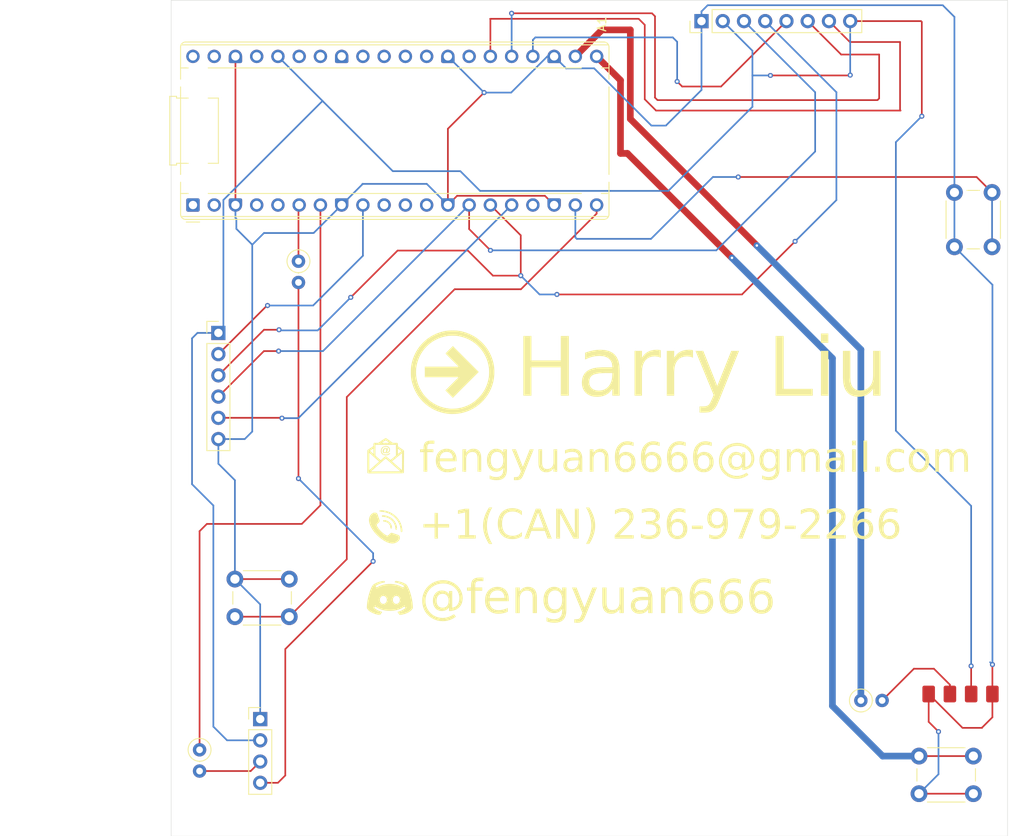
<source format=kicad_pcb>
(kicad_pcb (version 20241229) (generator "pcbnew") (generator_version "9.0")
  (layers (0 "F.Cu" signal) (2 "B.Cu" signal) (13 "F.Paste" user) (15 "B.Paste" user) (5 "F.SilkS" user "F.Silkscreen") (7 "B.SilkS" user "B.Silkscreen") (1 "F.Mask" user) (3 "B.Mask" user) (25 "Edge.Cuts" user))
  (net 0 "")
  (net 1 "Net-(A1-GPIO5)")
  (net 2 "Net-(J1-Pin_3)")
  (net 3 "Net-(J1-Pin_4)")
  (net 4 "Net-(A1-GPIO4)")
  (net 5 "Net-(J4-Pin_2)")
  (net 6 "Net-(A1-GPIO17)")
  (net 9 "Net-(A1-GPIO19)")
  (net 10 "Net-(A1-GPIO16)")
  (net 11 "Net-(A1-GPIO18)")
  (net 12 "Net-(A1-GPIO6)")
  (net 14 "Net-(J1-Pin_1)")
  (net 16 "Net-(A1-GPIO12)")
  (net 18 "Net-(A1-GPIO15)")
  (net 24 "Net-(A1-GPIO14)")
  (net 25 "Net-(A1-GPIO20)")
  (net 32 "Net-(A1-GPIO10)")
  (net 34 "Net-(A1-GPIO11)")
  (net 37 "Net-(A1-3V3)")
  (footprint "custom_image:phonelogo" (layer "F.Cu") (at 174.5 113)
    (property "Reference" "G***" (hide yes))
    (property "Value" "LOGO" (hide yes))
  )
  (footprint "Resistor_THT:R_Axial_DIN0207_L6.3mm_D2.5mm_P2.54mm_Vertical" (layer "F.Cu") (at 152.25 139.675 -90)
    (property "Reference" "47kOhms1" (hide yes))
    (property "Value" "R")
    (pad "1" thru_hole circle (at 0 0 270) (size 1.6 1.6) (drill 0.8) (layers "*.Cu" "*.Mask") (net 1 "Net-(A1-GPIO5)"))
    (pad "2" thru_hole circle (at 2.54 0 270) (size 1.6 1.6) (drill 0.8) (layers "*.Cu" "*.Mask") (net 2 "Net-(J1-Pin_3)"))
  )
  (footprint "Module:RaspberryPi_Pico_Common_THT" (layer "F.Cu") (at 151.46 74.5 90)
    (property "Reference" "A1" (at 20.6375 48.895 90) (layer "F.SilkS") (effects (justify left)))
    (property "Value" "RaspberryPi_Pico")
    (pad "1" thru_hole roundrect (at 0 0 90) (size 1.6 1.6) (drill 1) (layers "*.Cu" "*.Mask") (roundrect_rratio 0.125))
    (pad "2" thru_hole circle (at 0 2.54 90) (size 1.6 1.6) (drill 1) (layers "*.Cu" "*.Mask"))
    (pad "3" thru_hole custom (at 0 5.08 90) (size 1.6 1.6) (drill 1) (layers "*.Cu" "*.Mask") (net 14 "Net-(J1-Pin_1)") (options (clearance outline) (anchor circle)) (primitives (gr_poly (pts (xy 0.8 0.6) (xy 0.8 -0.6) (xy 0.6 -0.8) (xy 0 -0.8) (xy 0 0.8) (xy 0.6 0.8)) (width 0) (fill yes)) (gr_circle (center 0.6 0.6) (end 0.8 0.6) (width 0) (fill yes)) (gr_circle (center 0.6 -0.6) (end 0.8 -0.6) (width 0) (fill yes))))
    (pad "4" thru_hole circle (at 0 7.62 90) (size 1.6 1.6) (drill 1) (layers "*.Cu" "*.Mask"))
    (pad "5" thru_hole circle (at 0 10.16 90) (size 1.6 1.6) (drill 1) (layers "*.Cu" "*.Mask"))
    (pad "6" thru_hole circle (at 0 12.7 90) (size 1.6 1.6) (drill 1) (layers "*.Cu" "*.Mask") (net 4 "Net-(A1-GPIO4)"))
    (pad "7" thru_hole circle (at 0 15.24 90) (size 1.6 1.6) (drill 1) (layers "*.Cu" "*.Mask") (net 1 "Net-(A1-GPIO5)"))
    (pad "8" thru_hole custom (at 0 17.78 90) (size 1.6 1.6) (drill 1) (layers "*.Cu" "*.Mask") (net 14 "Net-(J1-Pin_1)") (options (clearance outline) (anchor circle)) (primitives (gr_poly (pts (xy 0.8 0.6) (xy 0.8 -0.6) (xy 0.6 -0.8) (xy 0 -0.8) (xy 0 0.8) (xy 0.6 0.8)) (width 0) (fill yes)) (gr_circle (center 0.6 0.6) (end 0.8 0.6) (width 0) (fill yes)) (gr_circle (center 0.6 -0.6) (end 0.8 -0.6) (width 0) (fill yes))))
    (pad "9" thru_hole circle (at 0 20.32 90) (size 1.6 1.6) (drill 1) (layers "*.Cu" "*.Mask") (net 12 "Net-(A1-GPIO6)"))
    (pad "10" thru_hole circle (at 0 22.86 90) (size 1.6 1.6) (drill 1) (layers "*.Cu" "*.Mask"))
    (pad "11" thru_hole circle (at 0 25.4 90) (size 1.6 1.6) (drill 1) (layers "*.Cu" "*.Mask"))
    (pad "12" thru_hole circle (at 0 27.94 90) (size 1.6 1.6) (drill 1) (layers "*.Cu" "*.Mask"))
    (pad "13" thru_hole custom (at 0 30.48 90) (size 1.6 1.6) (drill 1) (layers "*.Cu" "*.Mask") (net 14 "Net-(J1-Pin_1)") (options (clearance outline) (anchor circle)) (primitives (gr_poly (pts (xy 0.8 0.6) (xy 0.8 -0.6) (xy 0.6 -0.8) (xy 0 -0.8) (xy 0 0.8) (xy 0.6 0.8)) (width 0) (fill yes)) (gr_circle (center 0.6 0.6) (end 0.8 0.6) (width 0) (fill yes)) (gr_circle (center 0.6 -0.6) (end 0.8 -0.6) (width 0) (fill yes))))
    (pad "14" thru_hole circle (at 0 33.02 90) (size 1.6 1.6) (drill 1) (layers "*.Cu" "*.Mask") (net 32 "Net-(A1-GPIO10)"))
    (pad "15" thru_hole circle (at 0 35.56 90) (size 1.6 1.6) (drill 1) (layers "*.Cu" "*.Mask") (net 34 "Net-(A1-GPIO11)"))
    (pad "16" thru_hole circle (at 0 38.1 90) (size 1.6 1.6) (drill 1) (layers "*.Cu" "*.Mask") (net 16 "Net-(A1-GPIO12)"))
    (pad "17" thru_hole circle (at 0 40.64 90) (size 1.6 1.6) (drill 1) (layers "*.Cu" "*.Mask"))
    (pad "18" thru_hole custom (at 0 43.18 90) (size 1.6 1.6) (drill 1) (layers "*.Cu" "*.Mask") (net 14 "Net-(J1-Pin_1)") (options (clearance outline) (anchor circle)) (primitives (gr_poly (pts (xy 0.8 0.6) (xy 0.8 -0.6) (xy 0.6 -0.8) (xy 0 -0.8) (xy 0 0.8) (xy 0.6 0.8)) (width 0) (fill yes)) (gr_circle (center 0.6 0.6) (end 0.8 0.6) (width 0) (fill yes)) (gr_circle (center 0.6 -0.6) (end 0.8 -0.6) (width 0) (fill yes))))
    (pad "19" thru_hole circle (at 0 45.72 90) (size 1.6 1.6) (drill 1) (layers "*.Cu" "*.Mask") (net 24 "Net-(A1-GPIO14)"))
    (pad "20" thru_hole circle (at 0 48.26 90) (size 1.6 1.6) (drill 1) (layers "*.Cu" "*.Mask") (net 18 "Net-(A1-GPIO15)"))
    (pad "21" thru_hole circle (at 17.78 48.26 90) (size 1.6 1.6) (drill 1) (layers "*.Cu" "*.Mask") (net 10 "Net-(A1-GPIO16)"))
    (pad "22" thru_hole circle (at 17.78 45.72 90) (size 1.6 1.6) (drill 1) (layers "*.Cu" "*.Mask") (net 6 "Net-(A1-GPIO17)"))
    (pad "23" thru_hole custom (at 17.78 43.18 90) (size 1.6 1.6) (drill 1) (layers "*.Cu" "*.Mask") (net 14 "Net-(J1-Pin_1)") (options (clearance outline) (anchor circle)) (primitives (gr_poly (pts (xy -0.8 0.6) (xy -0.8 -0.6) (xy -0.6 -0.8) (xy 0 -0.8) (xy 0 0.8) (xy -0.6 0.8)) (width 0) (fill yes)) (gr_circle (center -0.6 0.6) (end -0.4 0.6) (width 0) (fill yes)) (gr_circle (center -0.6 -0.6) (end -0.4 -0.6) (width 0) (fill yes))))
    (pad "24" thru_hole circle (at 17.78 40.64 90) (size 1.6 1.6) (drill 1) (layers "*.Cu" "*.Mask") (net 11 "Net-(A1-GPIO18)"))
    (pad "25" thru_hole circle (at 17.78 38.1 90) (size 1.6 1.6) (drill 1) (layers "*.Cu" "*.Mask") (net 9 "Net-(A1-GPIO19)"))
    (pad "26" thru_hole circle (at 17.78 35.56 90) (size 1.6 1.6) (drill 1) (layers "*.Cu" "*.Mask") (net 25 "Net-(A1-GPIO20)"))
    (pad "27" thru_hole circle (at 17.78 33.02 90) (size 1.6 1.6) (drill 1) (layers "*.Cu" "*.Mask"))
    (pad "28" thru_hole custom (at 17.78 30.48 90) (size 1.6 1.6) (drill 1) (layers "*.Cu" "*.Mask") (net 14 "Net-(J1-Pin_1)") (options (clearance outline) (anchor circle)) (primitives (gr_poly (pts (xy -0.8 0.6) (xy -0.8 -0.6) (xy -0.6 -0.8) (xy 0 -0.8) (xy 0 0.8) (xy -0.6 0.8)) (width 0) (fill yes)) (gr_circle (center -0.6 0.6) (end -0.4 0.6) (width 0) (fill yes)) (gr_circle (center -0.6 -0.6) (end -0.4 -0.6) (width 0) (fill yes))))
    (pad "29" thru_hole circle (at 17.78 27.94 90) (size 1.6 1.6) (drill 1) (layers "*.Cu" "*.Mask"))
    (pad "30" thru_hole circle (at 17.78 25.4 90) (size 1.6 1.6) (drill 1) (layers "*.Cu" "*.Mask"))
    (pad "31" thru_hole circle (at 17.78 22.86 90) (size 1.6 1.6) (drill 1) (layers "*.Cu" "*.Mask"))
    (pad "32" thru_hole circle (at 17.78 20.32 90) (size 1.6 1.6) (drill 1) (layers "*.Cu" "*.Mask"))
    (pad "33" thru_hole custom (at 17.78 17.78 90) (size 1.6 1.6) (drill 1) (layers "*.Cu" "*.Mask") (options (clearance outline) (anchor circle)) (primitives (gr_poly (pts (xy -0.8 0.6) (xy -0.8 -0.6) (xy -0.6 -0.8) (xy 0 -0.8) (xy 0 0.8) (xy -0.6 0.8)) (width 0) (fill yes)) (gr_circle (center -0.6 0.6) (end -0.4 0.6) (width 0) (fill yes)) (gr_circle (center -0.6 -0.6) (end -0.4 -0.6) (width 0) (fill yes))))
    (pad "34" thru_hole circle (at 17.78 15.24 90) (size 1.6 1.6) (drill 1) (layers "*.Cu" "*.Mask"))
    (pad "35" thru_hole circle (at 17.78 12.7 90) (size 1.6 1.6) (drill 1) (layers "*.Cu" "*.Mask"))
    (pad "36" thru_hole circle (at 17.78 10.16 90) (size 1.6 1.6) (drill 1) (layers "*.Cu" "*.Mask") (net 37 "Net-(A1-3V3)"))
    (pad "37" thru_hole circle (at 17.78 7.62 90) (size 1.6 1.6) (drill 1) (layers "*.Cu" "*.Mask"))
    (pad "38" thru_hole custom (at 17.78 5.08 90) (size 1.6 1.6) (drill 1) (layers "*.Cu" "*.Mask") (net 14 "Net-(J1-Pin_1)") (options (clearance outline) (anchor circle)) (primitives (gr_poly (pts (xy -0.8 0.6) (xy -0.8 -0.6) (xy -0.6 -0.8) (xy 0 -0.8) (xy 0 0.8) (xy -0.6 0.8)) (width 0) (fill yes)) (gr_circle (center -0.6 0.6) (end -0.4 0.6) (width 0) (fill yes)) (gr_circle (center -0.6 -0.6) (end -0.4 -0.6) (width 0) (fill yes))))
    (pad "39" thru_hole circle (at 17.78 2.54 90) (size 1.6 1.6) (drill 1) (layers "*.Cu" "*.Mask"))
    (pad "40" thru_hole circle (at 17.78 0 90) (size 1.6 1.6) (drill 1) (layers "*.Cu" "*.Mask"))
  )
  (footprint "Connector_PinHeader_2.54mm:PinHeader_1x06_P2.54mm_Vertical" (layer "F.Cu") (at 154.5 89.8)
    (property "Reference" "J3" (hide yes))
    (property "Value" "Conn_01x06")
    (pad "1" thru_hole rect (at 0 0) (size 1.7 1.7) (drill 1) (layers "*.Cu" "*.Mask") (net 37 "Net-(A1-3V3)"))
    (pad "2" thru_hole circle (at 0 2.54) (size 1.7 1.7) (drill 1) (layers "*.Cu" "*.Mask") (net 12 "Net-(A1-GPIO6)"))
    (pad "3" thru_hole circle (at 0 5.08) (size 1.7 1.7) (drill 1) (layers "*.Cu" "*.Mask") (net 34 "Net-(A1-GPIO11)"))
    (pad "4" thru_hole circle (at 0 7.62) (size 1.7 1.7) (drill 1) (layers "*.Cu" "*.Mask") (net 32 "Net-(A1-GPIO10)"))
    (pad "5" thru_hole circle (at 0 10.16) (size 1.7 1.7) (drill 1) (layers "*.Cu" "*.Mask") (net 16 "Net-(A1-GPIO12)"))
    (pad "6" thru_hole circle (at 0 12.7) (size 1.7 1.7) (drill 1) (layers "*.Cu" "*.Mask") (net 14 "Net-(J1-Pin_1)"))
  )
  (footprint "Resistor_THT:R_Axial_DIN0207_L6.3mm_D2.5mm_P2.54mm_Vertical" (layer "F.Cu") (at 231.315 133.775)
    (property "Reference" "330Ohms1" (hide yes))
    (property "Value" "R")
    (pad "1" thru_hole circle (at 0 0) (size 1.6 1.6) (drill 0.8) (layers "*.Cu" "*.Mask") (net 6 "Net-(A1-GPIO17)"))
    (pad "2" thru_hole circle (at 2.54 0) (size 1.6 1.6) (drill 0.8) (layers "*.Cu" "*.Mask") (net 5 "Net-(J4-Pin_2)"))
  )
  (footprint "Connector_PinHeader_2.54mm:PinHeader_1x08_P2.54mm_Vertical" (layer "F.Cu") (at 212.26 52.5 90)
    (property "Reference" "J2" (hide yes))
    (property "Value" "Conn_01x08" (hide yes))
    (pad "1" thru_hole rect (at 0 0 90) (size 1.7 1.7) (drill 1) (layers "*.Cu" "*.Mask") (net 14 "Net-(J1-Pin_1)"))
    (pad "2" thru_hole circle (at 0 2.54 90) (size 1.7 1.7) (drill 1) (layers "*.Cu" "*.Mask") (net 37 "Net-(A1-3V3)"))
    (pad "3" thru_hole circle (at 0 5.08 90) (size 1.7 1.7) (drill 1) (layers "*.Cu" "*.Mask") (net 32 "Net-(A1-GPIO10)"))
    (pad "4" thru_hole circle (at 0 7.62 90) (size 1.7 1.7) (drill 1) (layers "*.Cu" "*.Mask") (net 34 "Net-(A1-GPIO11)"))
    (pad "5" thru_hole circle (at 0 10.16 90) (size 1.7 1.7) (drill 1) (layers "*.Cu" "*.Mask") (net 11 "Net-(A1-GPIO18)"))
    (pad "6" thru_hole circle (at 0 12.7 90) (size 1.7 1.7) (drill 1) (layers "*.Cu" "*.Mask") (net 9 "Net-(A1-GPIO19)"))
    (pad "7" thru_hole circle (at 0 15.24 90) (size 1.7 1.7) (drill 1) (layers "*.Cu" "*.Mask") (net 25 "Net-(A1-GPIO20)"))
    (pad "8" thru_hole circle (at 0 17.78 90) (size 1.7 1.7) (drill 1) (layers "*.Cu" "*.Mask") (net 37 "Net-(A1-3V3)"))
  )
  (footprint "Connector_PinHeader_2.54mm:PinHeader_1x04_P2.54mm_Vertical" (layer "F.Cu") (at 159.5 136)
    (property "Reference" "J1" (hide yes))
    (property "Value" "Conn_01x04")
    (pad "1" thru_hole rect (at 0 0) (size 1.7 1.7) (drill 1) (layers "*.Cu" "*.Mask") (net 14 "Net-(J1-Pin_1)"))
    (pad "2" thru_hole circle (at 0 2.54) (size 1.7 1.7) (drill 1) (layers "*.Cu" "*.Mask") (net 37 "Net-(A1-3V3)"))
    (pad "3" thru_hole circle (at 0 5.08) (size 1.7 1.7) (drill 1) (layers "*.Cu" "*.Mask") (net 2 "Net-(J1-Pin_3)"))
    (pad "4" thru_hole circle (at 0 7.62) (size 1.7 1.7) (drill 1) (layers "*.Cu" "*.Mask") (net 3 "Net-(J1-Pin_4)"))
  )
  (footprint "custom_image:discordfootprint6small" (layer "F.Cu") (at 175 121.5)
    (property "Reference" "G***" (hide yes))
    (property "Value" "LOGO" (hide yes))
  )
  (footprint "Button_Switch_THT:SW_PUSH_6mm" (layer "F.Cu") (at 156.475 119.25)
    (property "Reference" "TextScreenButton1" (hide yes))
    (property "Value" "SW_Push")
    (pad "1" thru_hole circle (at 0 0 90) (size 2 2) (drill 1.1) (layers "*.Cu" "*.Mask") (net 14 "Net-(J1-Pin_1)"))
    (pad "1" thru_hole circle (at 6.5 0 90) (size 2 2) (drill 1.1) (layers "*.Cu" "*.Mask") (net 14 "Net-(J1-Pin_1)"))
    (pad "2" thru_hole circle (at 0 4.5 90) (size 2 2) (drill 1.1) (layers "*.Cu" "*.Mask") (net 18 "Net-(A1-GPIO15)"))
    (pad "2" thru_hole circle (at 6.5 4.5 90) (size 2 2) (drill 1.1) (layers "*.Cu" "*.Mask") (net 18 "Net-(A1-GPIO15)"))
  )
  (footprint "custom_made:LED_Strip1x04" (layer "F.Cu") (at 239.42 133 90)
    (property "Reference" "J4" (hide yes))
    (property "Value" "Conn_01x04")
    (pad "1" smd roundrect (at 0 0 90) (size 2 1.5) (layers "F.Cu" "F.Mask" "F.Paste") (roundrect_rratio 0.15) (net 14 "Net-(J1-Pin_1)"))
    (pad "2" smd roundrect (at 0 2.54 90) (size 2 1.5) (layers "F.Cu" "F.Mask" "F.Paste") (roundrect_rratio 0.15) (net 5 "Net-(J4-Pin_2)"))
    (pad "3" smd roundrect (at 0 5.08 90) (size 2 1.5) (layers "F.Cu" "F.Mask" "F.Paste") (roundrect_rratio 0.15) (net 37 "Net-(A1-3V3)"))
    (pad "4" smd roundrect (at 0 7.62 90) (size 2 1.5) (layers "F.Cu" "F.Mask" "F.Paste") (roundrect_rratio 0.15) (net 14 "Net-(J1-Pin_1)"))
  )
  (footprint "Button_Switch_THT:SW_PUSH_6mm" (layer "F.Cu") (at 242.5 79.5 90)
    (property "Reference" "OLEDscreenbutton1" (hide yes))
    (property "Value" "SW_Push")
    (pad "1" thru_hole circle (at 0 0 180) (size 2 2) (drill 1.1) (layers "*.Cu" "*.Mask") (net 14 "Net-(J1-Pin_1)"))
    (pad "1" thru_hole circle (at 6.5 0 180) (size 2 2) (drill 1.1) (layers "*.Cu" "*.Mask") (net 14 "Net-(J1-Pin_1)"))
    (pad "2" thru_hole circle (at 0 4.5 180) (size 2 2) (drill 1.1) (layers "*.Cu" "*.Mask") (net 24 "Net-(A1-GPIO14)"))
    (pad "2" thru_hole circle (at 6.5 4.5 180) (size 2 2) (drill 1.1) (layers "*.Cu" "*.Mask") (net 24 "Net-(A1-GPIO14)"))
  )
  (footprint "custom_image:emailfootprint7.5" (layer "F.Cu") (at 174.5 104.5)
    (property "Reference" "G***" (hide yes))
    (property "Value" "LOGO" (hide yes))
  )
  (footprint "Button_Switch_THT:SW_PUSH_6mm" (layer "F.Cu") (at 238.265 140.425)
    (property "Reference" "LED_Buttons1" (hide yes))
    (property "Value" "SW_Push")
    (pad "1" thru_hole circle (at 0 0 90) (size 2 2) (drill 1.1) (layers "*.Cu" "*.Mask") (net 10 "Net-(A1-GPIO16)"))
    (pad "1" thru_hole circle (at 6.5 0 90) (size 2 2) (drill 1.1) (layers "*.Cu" "*.Mask") (net 10 "Net-(A1-GPIO16)"))
    (pad "2" thru_hole circle (at 0 4.5 90) (size 2 2) (drill 1.1) (layers "*.Cu" "*.Mask") (net 14 "Net-(J1-Pin_1)"))
    (pad "2" thru_hole circle (at 6.5 4.5 90) (size 2 2) (drill 1.1) (layers "*.Cu" "*.Mask") (net 14 "Net-(J1-Pin_1)"))
  )
  (footprint "Resistor_THT:R_Axial_DIN0207_L6.3mm_D2.5mm_P2.54mm_Vertical" (layer "F.Cu") (at 164.075 81.225 -90)
    (property "Reference" "47kOhms2" (hide yes))
    (property "Value" "R")
    (pad "1" thru_hole circle (at 0 0 270) (size 1.6 1.6) (drill 0.8) (layers "*.Cu" "*.Mask") (net 4 "Net-(A1-GPIO4)"))
    (pad "2" thru_hole circle (at 2.54 0 270) (size 1.6 1.6) (drill 0.8) (layers "*.Cu" "*.Mask") (net 3 "Net-(J1-Pin_4)"))
  )
  (footprint "custom_image:forwardiconfootprint1" (layer "F.Cu") (at 182.5 94.5)
    (property "Reference" "G***" (hide yes))
    (property "Value" "LOGO" (hide yes))
  )
  (gr_rect (start 148.8495 50) (end 248.8495 150) (stroke (width 0.05)) (fill no) (layer "Edge.Cuts"))
  (gr_text "@fengyuan666" (at 178.5 124 0) (layer "F.SilkS") (effects (font (size 4 4) (thickness 0.1)) (justify left bottom)))
  (gr_text "Harry Liu" (at 190 98.5 0) (layer "F.SilkS") (effects (font (size 7 7) (thickness 0.1)) (justify left bottom)))
  (gr_text "fengyuan6666@gmail.com" (at 178.5 107 0) (layer "F.SilkS") (effects (font (size 3.5 3.5) (thickness 0.1)) (justify left bottom)))
  (gr_text "+1(CAN) 236-979-2266" (at 178.5 115 0) (layer "F.SilkS") (effects (font (size 3.5 3.5) (thickness 0.1)) (justify left bottom)))
  (segment (start 152.25 113.525) (end 153.125 112.65) (width 0.2) (layer "F.Cu") (net 1))
  (segment (start 164.475 112.65) (end 166.7 110.425) (width 0.2) (layer "F.Cu") (net 1))
  (segment (start 152.25 139.675) (end 152.25 113.525) (width 0.2) (layer "F.Cu") (net 1))
  (segment (start 153.125 112.65) (end 164.475 112.65) (width 0.2) (layer "F.Cu") (net 1))
  (segment (start 166.7 110.425) (end 166.7 74.5) (width 0.2) (layer "F.Cu") (net 1))
  (segment (start 158.365 142.215) (end 159.5 141.08) (width 0.2) (layer "F.Cu") (net 2))
  (segment (start 152.25 142.215) (end 158.365 142.215) (width 0.2) (layer "F.Cu") (net 2))
  (segment (start 162.5 142.74) (end 162.5 127.625) (width 0.2) (layer "F.Cu") (net 3))
  (segment (start 164.075 107.225) (end 164.075 83.765) (width 0.2) (layer "F.Cu") (net 3))
  (segment (start 173 117.125) (end 162.5 127.625) (width 0.2) (layer "F.Cu") (net 3))
  (segment (start 161.62 143.62) (end 159.5 143.62) (width 0.2) (layer "F.Cu") (net 3))
  (segment (start 161.62 143.62) (end 162.5 142.74) (width 0.2) (layer "F.Cu") (net 3))
  (via (at 164.075 107.225) (size 0.6) (drill 0.3) (layers "F.Cu" "B.Cu") (net 3))
  (via (at 173 117.125) (size 0.6) (drill 0.3) (layers "F.Cu" "B.Cu") (net 3))
  (segment (start 173 116.15) (end 164.075 107.225) (width 0.2) (layer "B.Cu") (net 3))
  (segment (start 173 117.125) (end 173 116.15) (width 0.2) (layer "B.Cu") (net 3))
  (segment (start 164.075 81.225) (end 164.075 74.585) (width 0.2) (layer "F.Cu") (net 4))
  (segment (start 164.075 74.585) (end 164.16 74.5) (width 0.2) (layer "F.Cu") (net 4))
  (segment (start 164.075 74.585) (end 164.16 74.5) (width 0.2) (layer "B.Cu") (net 4))
  (segment (start 237.655 129.975) (end 240.045 129.975) (width 0.2) (layer "F.Cu") (net 5))
  (segment (start 241.96 131.89) (end 241.96 133) (width 0.2) (layer "F.Cu") (net 5))
  (segment (start 233.855 133.775) (end 237.655 129.975) (width 0.2) (layer "F.Cu") (net 5))
  (segment (start 240.045 129.975) (end 241.96 131.89) (width 0.2) (layer "F.Cu") (net 5))
  (segment (start 200.35 53.55) (end 197.18 56.72) (width 0.8) (layer "F.Cu") (net 6))
  (segment (start 214.2 74.65) (end 203.75 64.2) (width 0.8) (layer "F.Cu") (net 6))
  (segment (start 218.875 79.35) (end 214.2 74.675) (width 0.8) (layer "F.Cu") (net 6))
  (segment (start 214.2 74.675) (end 214.2 74.65) (width 0.2) (layer "F.Cu") (net 6))
  (segment (start 203.75 64.2) (end 203.75 53.55) (width 0.8) (layer "F.Cu") (net 6))
  (segment (start 203.75 53.55) (end 200.35 53.55) (width 0.8) (layer "F.Cu") (net 6))
  (via (at 218.875 79.35) (size 0.6) (drill 0.3) (layers "F.Cu" "B.Cu") (net 6))
  (segment (start 231.315 91.79) (end 218.875 79.35) (width 0.8) (layer "B.Cu") (net 6))
  (segment (start 231.315 133.775) (end 231.315 91.79) (width 0.8) (layer "B.Cu") (net 6))
  (segment (start 206.7 61.65) (end 206.7 51.925) (width 0.2) (layer "F.Cu") (net 9))
  (segment (start 207 61.95) (end 206.7 61.65) (width 0.2) (layer "F.Cu") (net 9))
  (segment (start 233.5 56.5) (end 233.5 61.75) (width 0.2) (layer "F.Cu") (net 9))
  (segment (start 224.96 52.5) (end 228.96 56.5) (width 0.2) (layer "F.Cu") (net 9))
  (segment (start 233.3 61.95) (end 207 61.95) (width 0.2) (layer "F.Cu") (net 9))
  (segment (start 233.5 61.75) (end 233.3 61.95) (width 0.2) (layer "F.Cu") (net 9))
  (segment (start 206.34 51.565) (end 189.56 51.565) (width 0.2) (layer "F.Cu") (net 9))
  (segment (start 206.7 51.925) (end 206.34 51.565) (width 0.2) (layer "F.Cu") (net 9))
  (segment (start 228.96 56.5) (end 233.5 56.5) (width 0.2) (layer "F.Cu") (net 9))
  (via (at 189.56 51.565) (size 0.6) (drill 0.3) (layers "F.Cu" "B.Cu") (net 9))
  (segment (start 189.56 51.565) (end 189.56 56.72) (width 0.2) (layer "B.Cu") (net 9))
  (segment (start 215.9 80.825) (end 203.4 68.325) (width 0.8) (layer "F.Cu") (net 10))
  (segment (start 203.4 68.325) (end 202.575 68.325) (width 0.8) (layer "F.Cu") (net 10))
  (segment (start 202.575 68.325) (end 202.575 59.575) (width 0.8) (layer "F.Cu") (net 10))
  (segment (start 202.575 59.575) (end 199.72 56.72) (width 0.8) (layer "F.Cu") (net 10))
  (segment (start 238.265 140.425) (end 244.765 140.425) (width 0.2) (layer "F.Cu") (net 10))
  (via (at 215.9 80.825) (size 0.6) (drill 0.3) (layers "F.Cu" "B.Cu") (net 10))
  (segment (start 233.915 140.425) (end 227.915 134.425) (width 0.8) (layer "B.Cu") (net 10))
  (segment (start 227.915 134.425) (end 227.915 92.84) (width 0.8) (layer "B.Cu") (net 10))
  (segment (start 238.265 140.425) (end 233.915 140.425) (width 0.8) (layer "B.Cu") (net 10))
  (segment (start 227.915 92.84) (end 215.9 80.825) (width 0.8) (layer "B.Cu") (net 10))
  (segment (start 215.9 80.9) (end 215.9 80.825) (width 0.2) (layer "B.Cu") (net 10))
  (segment (start 214.595 60.325) (end 209.95 60.325) (width 0.2) (layer "F.Cu") (net 11))
  (segment (start 222.42 52.5) (end 214.595 60.325) (width 0.2) (layer "F.Cu") (net 11))
  (segment (start 209.95 60.325) (end 209.35 59.725) (width 0.2) (layer "F.Cu") (net 11))
  (via (at 209.35 59.725) (size 0.6) (drill 0.3) (layers "F.Cu" "B.Cu") (net 11))
  (segment (start 208.825 54.45) (end 192.4 54.45) (width 0.2) (layer "B.Cu") (net 11))
  (segment (start 209.35 54.975) (end 208.825 54.45) (width 0.2) (layer "B.Cu") (net 11))
  (segment (start 192.4 54.45) (end 192.1 54.75) (width 0.2) (layer "B.Cu") (net 11))
  (segment (start 209.35 59.725) (end 209.35 54.975) (width 0.2) (layer "B.Cu") (net 11))
  (segment (start 192.1 54.75) (end 192.1 56.72) (width 0.2) (layer "B.Cu") (net 11))
  (segment (start 154.5 92.34) (end 160.315 86.525) (width 0.2) (layer "F.Cu") (net 12))
  (segment (start 160.315 86.525) (end 160.375 86.525) (width 0.2) (layer "F.Cu") (net 12))
  (via (at 160.375 86.525) (size 0.6) (drill 0.3) (layers "F.Cu" "B.Cu") (net 12))
  (segment (start 165.825 86.525) (end 171.78 80.57) (width 0.2) (layer "B.Cu") (net 12))
  (segment (start 160.375 86.525) (end 165.825 86.525) (width 0.2) (layer "B.Cu") (net 12))
  (segment (start 171.78 80.57) (end 171.78 74.5) (width 0.2) (layer "B.Cu") (net 12))
  (segment (start 247.045 133.005) (end 247.04 133) (width 0.2) (layer "F.Cu") (net 14))
  (segment (start 247.04 129.48) (end 247.045 129.475) (width 0.2) (layer "F.Cu") (net 14))
  (segment (start 194.64 74.5) (end 193.539 73.399) (width 0.2) (layer "F.Cu") (net 14))
  (segment (start 181.94 65.38) (end 181.94 74.5) (width 0.2) (layer "F.Cu") (net 14))
  (segment (start 193.539 73.399) (end 183.041 73.399) (width 0.2) (layer "F.Cu") (net 14))
  (segment (start 240.595 137.5) (end 239.42 136.325) (width 0.2) (layer "F.Cu") (net 14))
  (segment (start 186.27 61.05) (end 181.94 65.38) (width 0.2) (layer "F.Cu") (net 14))
  (segment (start 244.765 144.925) (end 238.265 144.925) (width 0.2) (layer "F.Cu") (net 14))
  (segment (start 162.975 119.25) (end 156.475 119.25) (width 0.2) (layer "F.Cu") (net 14))
  (segment (start 247.04 135.78) (end 247.04 133) (width 0.2) (layer "F.Cu") (net 14))
  (segment (start 245.795 137.025) (end 247.04 135.78) (width 0.2) (layer "F.Cu") (net 14))
  (segment (start 183.041 73.399) (end 181.94 74.5) (width 0.2) (layer "F.Cu") (net 14))
  (segment (start 245.795 137.05) (end 245.795 137.025) (width 0.2) (layer "F.Cu") (net 14))
  (segment (start 239.42 133) (end 243.47 137.05) (width 0.2) (layer "F.Cu") (net 14))
  (segment (start 156.54 74.5) (end 156.54 56.72) (width 0.2) (layer "F.Cu") (net 14))
  (segment (start 247.04 133) (end 247.04 129.48) (width 0.2) (layer "F.Cu") (net 14))
  (segment (start 239.42 136.325) (end 239.42 133) (width 0.2) (layer "F.Cu") (net 14))
  (segment (start 243.47 137.05) (end 245.795 137.05) (width 0.2) (layer "F.Cu") (net 14))
  (via (at 240.595 137.5) (size 0.6) (drill 0.3) (layers "F.Cu" "B.Cu") (net 14))
  (via (at 247.045 129.475) (size 0.6) (drill 0.3) (layers "F.Cu" "B.Cu") (net 14))
  (via (at 186.27 61.05) (size 0.6) (drill 0.3) (layers "F.Cu" "B.Cu") (net 14))
  (segment (start 193.835 56.72) (end 189.505 61.05) (width 0.2) (layer "B.Cu") (net 14))
  (segment (start 171.725 72.015) (end 169.24 74.5) (width 0.2) (layer "B.Cu") (net 14))
  (segment (start 156.475 107.425) (end 154.5 105.45) (width 0.2) (layer "B.Cu") (net 14))
  (segment (start 242.5 73) (end 242.5 52) (width 0.2) (layer "B.Cu") (net 14))
  (segment (start 156.475 119.25) (end 159.5 122.275) (width 0.2) (layer "B.Cu") (net 14))
  (segment (start 194.64 56.72) (end 193.835 56.72) (width 0.2) (layer "B.Cu") (net 14))
  (segment (start 156.65 77.35) (end 156.65 76.15) (width 0.2) (layer "B.Cu") (net 14))
  (segment (start 196.07 58.15) (end 194.64 56.72) (width 0.2) (layer "B.Cu") (net 14))
  (segment (start 159.5 122.275) (end 159.5 136) (width 0.2) (layer "B.Cu") (net 14))
  (segment (start 186.125 60.905) (end 181.94 56.72) (width 0.2) (layer "B.Cu") (net 14))
  (segment (start 242.5 73) (end 242.5 79.5) (width 0.2) (layer "B.Cu") (net 14))
  (segment (start 158.55 101.6) (end 158.55 79.25) (width 0.2) (layer "B.Cu") (net 14))
  (segment (start 156.65 76.15) (end 156.54 76.04) (width 0.2) (layer "B.Cu") (net 14))
  (segment (start 247.045 84.045) (end 247.045 129.475) (width 0.2) (layer "B.Cu") (net 14))
  (segment (start 238.265 144.925) (end 240.595 142.595) (width 0.2) (layer "B.Cu") (net 14))
  (segment (start 154.5 102.5) (end 157.65 102.5) (width 0.2) (layer "B.Cu") (net 14))
  (segment (start 189.505 61.05) (end 186.27 61.05) (width 0.2) (layer "B.Cu") (net 14))
  (segment (start 169.24 74.5) (end 165.89 77.85) (width 0.2) (layer "B.Cu") (net 14))
  (segment (start 159.95 77.85) (end 158.55 79.25) (width 0.2) (layer "B.Cu") (net 14))
  (segment (start 165.89 77.85) (end 159.95 77.85) (width 0.2) (layer "B.Cu") (net 14))
  (segment (start 213 50.601) (end 212.26 51.341) (width 0.2) (layer "B.Cu") (net 14))
  (segment (start 179.415 71.975) (end 171.725 71.975) (width 0.2) (layer "B.Cu") (net 14))
  (segment (start 212.26 52.5) (end 212.26 60.74) (width 0.2) (layer "B.Cu") (net 14))
  (segment (start 212.26 51.341) (end 212.26 52.5) (width 0.2) (layer "B.Cu") (net 14))
  (segment (start 186.27 61.05) (end 186.125 60.905) (width 0.2) (layer "B.Cu") (net 14))
  (segment (start 241.101 50.601) (end 213 50.601) (width 0.2) (layer "B.Cu") (net 14))
  (segment (start 157.65 102.5) (end 158.55 101.6) (width 0.2) (layer "B.Cu") (net 14))
  (segment (start 199.425 58.15) (end 196.07 58.15) (width 0.2) (layer "B.Cu") (net 14))
  (segment (start 208 65) (end 206.275 65) (width 0.2) (layer "B.Cu") (net 14))
  (segment (start 240.595 142.595) (end 240.595 137.5) (width 0.2) (layer "B.Cu") (net 14))
  (segment (start 181.94 74.5) (end 179.415 71.975) (width 0.2) (layer "B.Cu") (net 14))
  (segment (start 242.5 52) (end 241.101 50.601) (width 0.2) (layer "B.Cu") (net 14))
  (segment (start 212.26 60.74) (end 208 65) (width 0.2) (layer "B.Cu") (net 14))
  (segment (start 171.725 71.975) (end 171.725 72.015) (width 0.2) (layer "B.Cu") (net 14))
  (segment (start 242.5 79.5) (end 247.045 84.045) (width 0.2) (layer "B.Cu") (net 14))
  (segment (start 154.5 105.45) (end 154.5 102.5) (width 0.2) (layer "B.Cu") (net 14))
  (segment (start 156.475 119.25) (end 156.475 107.425) (width 0.2) (layer "B.Cu") (net 14))
  (segment (start 156.54 76.04) (end 156.54 74.5) (width 0.2) (layer "B.Cu") (net 14))
  (segment (start 158.55 79.25) (end 156.65 77.35) (width 0.2) (layer "B.Cu") (net 14))
  (segment (start 206.275 65) (end 199.425 58.15) (width 0.2) (layer "B.Cu") (net 14))
  (segment (start 247.045 129.475) (end 246.769 129.199) (width 0.2) (layer "B.Cu") (net 14))
  (segment (start 162.06 99.96) (end 162.1 100) (width 0.2) (layer "F.Cu") (net 16))
  (segment (start 154.5 99.96) (end 162.06 99.96) (width 0.2) (layer "F.Cu") (net 16))
  (via (at 162.1 100) (size 0.6) (drill 0.3) (layers "F.Cu" "B.Cu") (net 16))
  (segment (start 164.06 100) (end 189.56 74.5) (width 0.2) (layer "B.Cu") (net 16))
  (segment (start 162.1 100) (end 164.06 100) (width 0.2) (layer "B.Cu") (net 16))
  (segment (start 169.85 116.875) (end 162.975 123.75) (width 0.2) (layer "F.Cu") (net 18))
  (segment (start 156.475 123.75) (end 162.975 123.75) (width 0.2) (layer "F.Cu") (net 18))
  (segment (start 199.72 74.5) (end 199.72 75.53) (width 0.2) (layer "F.Cu") (net 18))
  (segment (start 190.675 84.575) (end 182.75 84.575) (width 0.2) (layer "F.Cu") (net 18))
  (segment (start 169.85 97.475) (end 169.85 116.875) (width 0.2) (layer "F.Cu") (net 18))
  (segment (start 199.72 75.53) (end 190.675 84.575) (width 0.2) (layer "F.Cu") (net 18))
  (segment (start 182.75 84.575) (end 169.85 97.475) (width 0.2) (layer "F.Cu") (net 18))
  (segment (start 245.15 71.15) (end 216.65 71.15) (width 0.2) (layer "F.Cu") (net 24))
  (segment (start 247 73) (end 245.15 71.15) (width 0.2) (layer "F.Cu") (net 24))
  (via (at 216.65 71.15) (size 0.6) (drill 0.3) (layers "F.Cu" "B.Cu") (net 24))
  (segment (start 197.35 78.55) (end 197.18 78.38) (width 0.2) (layer "B.Cu") (net 24))
  (segment (start 206.225 78.55) (end 197.35 78.55) (width 0.2) (layer "B.Cu") (net 24))
  (segment (start 247 79.5) (end 247 73) (width 0.2) (layer "B.Cu") (net 24))
  (segment (start 213.625 71.15) (end 206.225 78.55) (width 0.2) (layer "B.Cu") (net 24))
  (segment (start 216.65 71.15) (end 213.625 71.15) (width 0.2) (layer "B.Cu") (net 24))
  (segment (start 197.18 78.38) (end 197.18 74.5) (width 0.2) (layer "B.Cu") (net 24))
  (segment (start 205.475 52.95) (end 204.75 52.225) (width 0.2) (layer "F.Cu") (net 25))
  (segment (start 236.05 63.2) (end 206.825 63.2) (width 0.2) (layer "F.Cu") (net 25))
  (segment (start 204.75 52.225) (end 187 52.225) (width 0.2) (layer "F.Cu") (net 25))
  (segment (start 230 55) (end 236 55) (width 0.2) (layer "F.Cu") (net 25))
  (segment (start 236 63.15) (end 236.05 63.2) (width 0.2) (layer "F.Cu") (net 25))
  (segment (start 187.02 52.245) (end 187.02 56.72) (width 0.2) (layer "F.Cu") (net 25))
  (segment (start 227.5 52.5) (end 230 55) (width 0.2) (layer "F.Cu") (net 25))
  (segment (start 206.825 63.2) (end 205.475 61.85) (width 0.2) (layer "F.Cu") (net 25))
  (segment (start 205.475 61.85) (end 205.475 52.95) (width 0.2) (layer "F.Cu") (net 25))
  (segment (start 187 52.225) (end 187.02 52.245) (width 0.2) (layer "F.Cu") (net 25))
  (segment (start 236 55) (end 236 63.15) (width 0.2) (layer "F.Cu") (net 25))
  (segment (start 184.48 74.5) (end 184.48 77.38) (width 0.2) (layer "F.Cu") (net 32))
  (segment (start 161.7 91.975) (end 159.945 91.975) (width 0.2) (layer "F.Cu") (net 32))
  (segment (start 159.945 91.975) (end 154.5 97.42) (width 0.2) (layer "F.Cu") (net 32))
  (segment (start 184.48 77.38) (end 187.025 79.925) (width 0.2) (layer "F.Cu") (net 32))
  (via (at 187.025 79.925) (size 0.6) (drill 0.3) (layers "F.Cu" "B.Cu") (net 32))
  (via (at 161.7 91.975) (size 0.6) (drill 0.3) (layers "F.Cu" "B.Cu") (net 32))
  (segment (start 217.34 52.5) (end 225.85 61.01) (width 0.2) (layer "B.Cu") (net 32))
  (segment (start 214.025 79.925) (end 225.85 68.1) (width 0.2) (layer "B.Cu") (net 32))
  (segment (start 187.025 79.925) (end 214.025 79.925) (width 0.2) (layer "B.Cu") (net 32))
  (segment (start 161.7 91.975) (end 167.005 91.975) (width 0.2) (layer "B.Cu") (net 32))
  (segment (start 167.005 91.975) (end 184.48 74.5) (width 0.2) (layer "B.Cu") (net 32))
  (segment (start 225.85 61.01) (end 225.85 68.1) (width 0.2) (layer "B.Cu") (net 32))
  (segment (start 190.65 78.5) (end 190.65 78.13) (width 0.2) (layer "F.Cu") (net 34))
  (segment (start 187.325 82.95) (end 190.65 82.95) (width 0.2) (layer "F.Cu") (net 34))
  (segment (start 190.65 82.95) (end 190.65 78.5) (width 0.2) (layer "F.Cu") (net 34))
  (segment (start 184.325 79.95) (end 187.325 82.95) (width 0.2) (layer "F.Cu") (net 34))
  (segment (start 170.325 85.55) (end 175.925 79.95) (width 0.2) (layer "F.Cu") (net 34))
  (segment (start 190.65 78.13) (end 187.02 74.5) (width 0.2) (layer "F.Cu") (net 34))
  (segment (start 159.955 89.425) (end 161.75 89.425) (width 0.2) (layer "F.Cu") (net 34))
  (segment (start 217.1 85.2) (end 223.45 78.85) (width 0.2) (layer "F.Cu") (net 34))
  (segment (start 175.925 79.95) (end 184.325 79.95) (width 0.2) (layer "F.Cu") (net 34))
  (segment (start 154.5 94.88) (end 159.955 89.425) (width 0.2) (layer "F.Cu") (net 34))
  (segment (start 194.975 85.2) (end 217.1 85.2) (width 0.2) (layer "F.Cu") (net 34))
  (via (at 190.65 82.95) (size 0.6) (drill 0.3) (layers "F.Cu" "B.Cu") (net 34))
  (via (at 194.975 85.2) (size 0.6) (drill 0.3) (layers "F.Cu" "B.Cu") (net 34))
  (via (at 161.75 89.425) (size 0.6) (drill 0.3) (layers "F.Cu" "B.Cu") (net 34))
  (via (at 170.325 85.55) (size 0.6) (drill 0.3) (layers "F.Cu" "B.Cu") (net 34))
  (via (at 223.45 78.85) (size 0.6) (drill 0.3) (layers "F.Cu" "B.Cu") (net 34))
  (segment (start 228.39 73.91) (end 223.45 78.85) (width 0.2) (layer "B.Cu") (net 34))
  (segment (start 194.975 85.2) (end 192.9 85.2) (width 0.2) (layer "B.Cu") (net 34))
  (segment (start 228.39 61.01) (end 228.39 73.91) (width 0.2) (layer "B.Cu") (net 34))
  (segment (start 161.825 89.5) (end 166.375 89.5) (width 0.2) (layer "B.Cu") (net 34))
  (segment (start 219.88 52.5) (end 228.39 61.01) (width 0.2) (layer "B.Cu") (net 34))
  (segment (start 192.9 85.2) (end 190.65 82.95) (width 0.2) (layer "B.Cu") (net 34))
  (segment (start 161.75 89.425) (end 161.825 89.5) (width 0.2) (layer "B.Cu") (net 34))
  (segment (start 166.375 89.5) (end 170.325 85.55) (width 0.2) (layer "B.Cu") (net 34))
  (segment (start 230 59) (end 220.5 59) (width 0.2) (layer "F.Cu") (net 37))
  (segment (start 238.6 52.6) (end 238.6 63.875) (width 0.2) (layer "F.Cu") (net 37))
  (segment (start 244.5 129.655) (end 244.495 129.65) (width 0.2) (layer "F.Cu") (net 37))
  (segment (start 230.04 58.96) (end 230 59) (width 0.2) (layer "F.Cu") (net 37))
  (segment (start 230.04 52.5) (end 238.5 52.5) (width 0.2) (layer "F.Cu") (net 37))
  (segment (start 238.5 52.5) (end 238.6 52.6) (width 0.2) (layer "F.Cu") (net 37))
  (segment (start 244.5 133) (end 244.5 129.655) (width 0.2) (layer "F.Cu") (net 37))
  (via (at 244.495 129.65) (size 0.6) (drill 0.3) (layers "F.Cu" "B.Cu") (net 37))
  (via (at 238.6 63.875) (size 0.6) (drill 0.3) (layers "F.Cu" "B.Cu") (net 37))
  (via (at 230.04 58.96) (size 0.6) (drill 0.3) (layers "F.Cu" "B.Cu") (net 37))
  (via (at 220.5 59) (size 0.6) (drill 0.3) (layers "F.Cu" "B.Cu") (net 37))
  (segment (start 155.54 138.54) (end 153.9 136.9) (width 0.2) (layer "B.Cu") (net 37))
  (segment (start 151.35 90.45) (end 152 89.8) (width 0.2) (layer "B.Cu") (net 37))
  (segment (start 230.04 52.5) (end 230.04 58.96) (width 0.2) (layer "B.Cu") (net 37))
  (segment (start 238.55 63.825) (end 238.6 63.875) (width 0.2) (layer "B.Cu") (net 37))
  (segment (start 152 89.8) (end 154.5 89.8) (width 0.2) (layer "B.Cu") (net 37))
  (segment (start 153.9 110.45) (end 151.35 107.9) (width 0.2) (layer "B.Cu") (net 37))
  (segment (start 244.5 129.645) (end 244.495 129.65) (width 0.2) (layer "B.Cu") (net 37))
  (segment (start 220.5 59) (end 218.35 59) (width 0.2) (layer "B.Cu") (net 37))
  (segment (start 185.786 72.811) (end 183.425 70.45) (width 0.2) (layer "B.Cu") (net 37))
  (segment (start 214.8 52.5) (end 218.35 56.05) (width 0.2) (layer "B.Cu") (net 37))
  (segment (start 218.35 59) (end 218.35 62.75) (width 0.2) (layer "B.Cu") (net 37))
  (segment (start 238.6 63.875) (end 235.5 66.975) (width 0.2) (layer "B.Cu") (net 37))
  (segment (start 183.425 70.45) (end 175.35 70.45) (width 0.2) (layer "B.Cu") (net 37))
  (segment (start 159.5 138.54) (end 155.54 138.54) (width 0.2) (layer "B.Cu") (net 37))
  (segment (start 151.35 107.9) (end 151.35 90.45) (width 0.2) (layer "B.Cu") (net 37))
  (segment (start 155.101 89.199) (end 155.101 73.899) (width 0.2) (layer "B.Cu") (net 37))
  (segment (start 154.5 89.8) (end 155.101 89.199) (width 0.2) (layer "B.Cu") (net 37))
  (segment (start 208.289 72.811) (end 185.786 72.811) (width 0.2) (layer "B.Cu") (net 37))
  (segment (start 166.95 62.05) (end 161.62 56.72) (width 0.2) (layer "B.Cu") (net 37))
  (segment (start 244.5 110.5) (end 244.5 129.645) (width 0.2) (layer "B.Cu") (net 37))
  (segment (start 175.35 70.45) (end 166.95 62.05) (width 0.2) (layer "B.Cu") (net 37))
  (segment (start 235.5 101.5) (end 244.5 110.5) (width 0.2) (layer "B.Cu") (net 37))
  (segment (start 218.35 62.75) (end 208.289 72.811) (width 0.2) (layer "B.Cu") (net 37))
  (segment (start 155.101 73.899) (end 166.95 62.05) (width 0.2) (layer "B.Cu") (net 37))
  (segment (start 218.35 56.05) (end 218.35 59) (width 0.2) (layer "B.Cu") (net 37))
  (segment (start 235.5 66.975) (end 235.5 101.5) (width 0.2) (layer "B.Cu") (net 37))
  (segment (start 153.9 136.9) (end 153.9 110.45) (width 0.2) (layer "B.Cu") (net 37))
)
</source>
